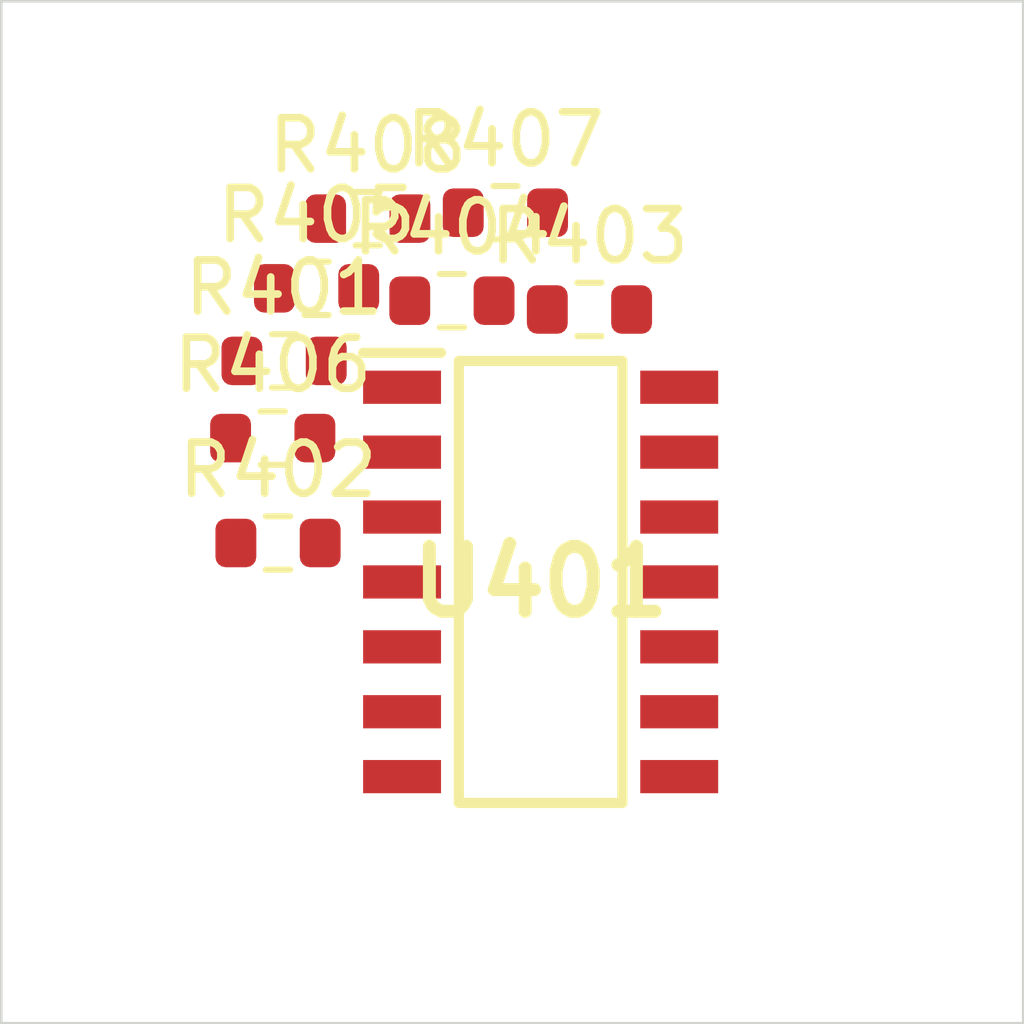
<source format=kicad_pcb>
 ( kicad_pcb  ( version 20171130 )
 ( host pcbnew 5.1.12-84ad8e8a86~92~ubuntu18.04.1 )
 ( general  ( thickness 1.6 )
 ( drawings 4 )
 ( tracks 0 )
 ( zones 0 )
 ( modules 9 )
 ( nets 14 )
)
 ( page A4 )
 ( layers  ( 0 F.Cu signal )
 ( 31 B.Cu signal )
 ( 32 B.Adhes user )
 ( 33 F.Adhes user )
 ( 34 B.Paste user )
 ( 35 F.Paste user )
 ( 36 B.SilkS user )
 ( 37 F.SilkS user )
 ( 38 B.Mask user )
 ( 39 F.Mask user )
 ( 40 Dwgs.User user )
 ( 41 Cmts.User user )
 ( 42 Eco1.User user )
 ( 43 Eco2.User user )
 ( 44 Edge.Cuts user )
 ( 45 Margin user )
 ( 46 B.CrtYd user )
 ( 47 F.CrtYd user )
 ( 48 B.Fab user )
 ( 49 F.Fab user )
)
 ( setup  ( last_trace_width 0.25 )
 ( trace_clearance 0.2 )
 ( zone_clearance 0.508 )
 ( zone_45_only no )
 ( trace_min 0.2 )
 ( via_size 0.8 )
 ( via_drill 0.4 )
 ( via_min_size 0.4 )
 ( via_min_drill 0.3 )
 ( uvia_size 0.3 )
 ( uvia_drill 0.1 )
 ( uvias_allowed no )
 ( uvia_min_size 0.2 )
 ( uvia_min_drill 0.1 )
 ( edge_width 0.05 )
 ( segment_width 0.2 )
 ( pcb_text_width 0.3 )
 ( pcb_text_size 1.5 1.5 )
 ( mod_edge_width 0.12 )
 ( mod_text_size 1 1 )
 ( mod_text_width 0.15 )
 ( pad_size 1.524 1.524 )
 ( pad_drill 0.762 )
 ( pad_to_mask_clearance 0 )
 ( aux_axis_origin 0 0 )
 ( visible_elements FFFFFF7F )
 ( pcbplotparams  ( layerselection 0x010fc_ffffffff )
 ( usegerberextensions false )
 ( usegerberattributes true )
 ( usegerberadvancedattributes true )
 ( creategerberjobfile true )
 ( excludeedgelayer true )
 ( linewidth 0.100000 )
 ( plotframeref false )
 ( viasonmask false )
 ( mode 1 )
 ( useauxorigin false )
 ( hpglpennumber 1 )
 ( hpglpenspeed 20 )
 ( hpglpendiameter 15.000000 )
 ( psnegative false )
 ( psa4output false )
 ( plotreference true )
 ( plotvalue true )
 ( plotinvisibletext false )
 ( padsonsilk false )
 ( subtractmaskfromsilk false )
 ( outputformat 1 )
 ( mirror false )
 ( drillshape 1 )
 ( scaleselection 1 )
 ( outputdirectory "" )
)
)
 ( net 0 "" )
 ( net 1 /Sheet6235D886/vp )
 ( net 2 /Sheet6248AD22/chn0 )
 ( net 3 /Sheet6248AD22/chn1 )
 ( net 4 /Sheet6248AD22/chn2 )
 ( net 5 /Sheet6248AD22/chn3 )
 ( net 6 "Net-(R401-Pad2)" )
 ( net 7 "Net-(R402-Pad2)" )
 ( net 8 "Net-(R403-Pad2)" )
 ( net 9 "Net-(R404-Pad2)" )
 ( net 10 /Sheet6248AD22/chn0_n )
 ( net 11 /Sheet6248AD22/chn1_n )
 ( net 12 /Sheet6248AD22/chn2_n )
 ( net 13 /Sheet6248AD22/chn3_n )
 ( net_class Default "This is the default net class."  ( clearance 0.2 )
 ( trace_width 0.25 )
 ( via_dia 0.8 )
 ( via_drill 0.4 )
 ( uvia_dia 0.3 )
 ( uvia_drill 0.1 )
 ( add_net /Sheet6235D886/vp )
 ( add_net /Sheet6248AD22/chn0 )
 ( add_net /Sheet6248AD22/chn0_n )
 ( add_net /Sheet6248AD22/chn1 )
 ( add_net /Sheet6248AD22/chn1_n )
 ( add_net /Sheet6248AD22/chn2 )
 ( add_net /Sheet6248AD22/chn2_n )
 ( add_net /Sheet6248AD22/chn3 )
 ( add_net /Sheet6248AD22/chn3_n )
 ( add_net "Net-(R401-Pad2)" )
 ( add_net "Net-(R402-Pad2)" )
 ( add_net "Net-(R403-Pad2)" )
 ( add_net "Net-(R404-Pad2)" )
)
 ( module Resistor_SMD:R_0603_1608Metric  ( layer F.Cu )
 ( tedit 5F68FEEE )
 ( tstamp 623425C8 )
 ( at 85.534900 107.038000 )
 ( descr "Resistor SMD 0603 (1608 Metric), square (rectangular) end terminal, IPC_7351 nominal, (Body size source: IPC-SM-782 page 72, https://www.pcb-3d.com/wordpress/wp-content/uploads/ipc-sm-782a_amendment_1_and_2.pdf), generated with kicad-footprint-generator" )
 ( tags resistor )
 ( path /6248AD23/6249ADFD )
 ( attr smd )
 ( fp_text reference R401  ( at 0 -1.43 )
 ( layer F.SilkS )
 ( effects  ( font  ( size 1 1 )
 ( thickness 0.15 )
)
)
)
 ( fp_text value 10M  ( at 0 1.43 )
 ( layer F.Fab )
 ( effects  ( font  ( size 1 1 )
 ( thickness 0.15 )
)
)
)
 ( fp_line  ( start -0.8 0.4125 )
 ( end -0.8 -0.4125 )
 ( layer F.Fab )
 ( width 0.1 )
)
 ( fp_line  ( start -0.8 -0.4125 )
 ( end 0.8 -0.4125 )
 ( layer F.Fab )
 ( width 0.1 )
)
 ( fp_line  ( start 0.8 -0.4125 )
 ( end 0.8 0.4125 )
 ( layer F.Fab )
 ( width 0.1 )
)
 ( fp_line  ( start 0.8 0.4125 )
 ( end -0.8 0.4125 )
 ( layer F.Fab )
 ( width 0.1 )
)
 ( fp_line  ( start -0.237258 -0.5225 )
 ( end 0.237258 -0.5225 )
 ( layer F.SilkS )
 ( width 0.12 )
)
 ( fp_line  ( start -0.237258 0.5225 )
 ( end 0.237258 0.5225 )
 ( layer F.SilkS )
 ( width 0.12 )
)
 ( fp_line  ( start -1.48 0.73 )
 ( end -1.48 -0.73 )
 ( layer F.CrtYd )
 ( width 0.05 )
)
 ( fp_line  ( start -1.48 -0.73 )
 ( end 1.48 -0.73 )
 ( layer F.CrtYd )
 ( width 0.05 )
)
 ( fp_line  ( start 1.48 -0.73 )
 ( end 1.48 0.73 )
 ( layer F.CrtYd )
 ( width 0.05 )
)
 ( fp_line  ( start 1.48 0.73 )
 ( end -1.48 0.73 )
 ( layer F.CrtYd )
 ( width 0.05 )
)
 ( fp_text user %R  ( at 0 0 )
 ( layer F.Fab )
 ( effects  ( font  ( size 0.4 0.4 )
 ( thickness 0.06 )
)
)
)
 ( pad 2 smd roundrect  ( at 0.825 0 )
 ( size 0.8 0.95 )
 ( layers F.Cu F.Mask F.Paste )
 ( roundrect_rratio 0.25 )
 ( net 6 "Net-(R401-Pad2)" )
)
 ( pad 1 smd roundrect  ( at -0.825 0 )
 ( size 0.8 0.95 )
 ( layers F.Cu F.Mask F.Paste )
 ( roundrect_rratio 0.25 )
 ( net 10 /Sheet6248AD22/chn0_n )
)
 ( model ${KISYS3DMOD}/Resistor_SMD.3dshapes/R_0603_1608Metric.wrl  ( at  ( xyz 0 0 0 )
)
 ( scale  ( xyz 1 1 1 )
)
 ( rotate  ( xyz 0 0 0 )
)
)
)
 ( module Resistor_SMD:R_0603_1608Metric  ( layer F.Cu )
 ( tedit 5F68FEEE )
 ( tstamp 623425D9 )
 ( at 85.416500 110.602000 )
 ( descr "Resistor SMD 0603 (1608 Metric), square (rectangular) end terminal, IPC_7351 nominal, (Body size source: IPC-SM-782 page 72, https://www.pcb-3d.com/wordpress/wp-content/uploads/ipc-sm-782a_amendment_1_and_2.pdf), generated with kicad-footprint-generator" )
 ( tags resistor )
 ( path /6248AD23/6249B75E )
 ( attr smd )
 ( fp_text reference R402  ( at 0 -1.43 )
 ( layer F.SilkS )
 ( effects  ( font  ( size 1 1 )
 ( thickness 0.15 )
)
)
)
 ( fp_text value 10M  ( at 0 1.43 )
 ( layer F.Fab )
 ( effects  ( font  ( size 1 1 )
 ( thickness 0.15 )
)
)
)
 ( fp_line  ( start 1.48 0.73 )
 ( end -1.48 0.73 )
 ( layer F.CrtYd )
 ( width 0.05 )
)
 ( fp_line  ( start 1.48 -0.73 )
 ( end 1.48 0.73 )
 ( layer F.CrtYd )
 ( width 0.05 )
)
 ( fp_line  ( start -1.48 -0.73 )
 ( end 1.48 -0.73 )
 ( layer F.CrtYd )
 ( width 0.05 )
)
 ( fp_line  ( start -1.48 0.73 )
 ( end -1.48 -0.73 )
 ( layer F.CrtYd )
 ( width 0.05 )
)
 ( fp_line  ( start -0.237258 0.5225 )
 ( end 0.237258 0.5225 )
 ( layer F.SilkS )
 ( width 0.12 )
)
 ( fp_line  ( start -0.237258 -0.5225 )
 ( end 0.237258 -0.5225 )
 ( layer F.SilkS )
 ( width 0.12 )
)
 ( fp_line  ( start 0.8 0.4125 )
 ( end -0.8 0.4125 )
 ( layer F.Fab )
 ( width 0.1 )
)
 ( fp_line  ( start 0.8 -0.4125 )
 ( end 0.8 0.4125 )
 ( layer F.Fab )
 ( width 0.1 )
)
 ( fp_line  ( start -0.8 -0.4125 )
 ( end 0.8 -0.4125 )
 ( layer F.Fab )
 ( width 0.1 )
)
 ( fp_line  ( start -0.8 0.4125 )
 ( end -0.8 -0.4125 )
 ( layer F.Fab )
 ( width 0.1 )
)
 ( fp_text user %R  ( at 0 0 )
 ( layer F.Fab )
 ( effects  ( font  ( size 0.4 0.4 )
 ( thickness 0.06 )
)
)
)
 ( pad 1 smd roundrect  ( at -0.825 0 )
 ( size 0.8 0.95 )
 ( layers F.Cu F.Mask F.Paste )
 ( roundrect_rratio 0.25 )
 ( net 11 /Sheet6248AD22/chn1_n )
)
 ( pad 2 smd roundrect  ( at 0.825 0 )
 ( size 0.8 0.95 )
 ( layers F.Cu F.Mask F.Paste )
 ( roundrect_rratio 0.25 )
 ( net 7 "Net-(R402-Pad2)" )
)
 ( model ${KISYS3DMOD}/Resistor_SMD.3dshapes/R_0603_1608Metric.wrl  ( at  ( xyz 0 0 0 )
)
 ( scale  ( xyz 1 1 1 )
)
 ( rotate  ( xyz 0 0 0 )
)
)
)
 ( module Resistor_SMD:R_0603_1608Metric  ( layer F.Cu )
 ( tedit 5F68FEEE )
 ( tstamp 623425EA )
 ( at 91.511200 106.032000 )
 ( descr "Resistor SMD 0603 (1608 Metric), square (rectangular) end terminal, IPC_7351 nominal, (Body size source: IPC-SM-782 page 72, https://www.pcb-3d.com/wordpress/wp-content/uploads/ipc-sm-782a_amendment_1_and_2.pdf), generated with kicad-footprint-generator" )
 ( tags resistor )
 ( path /6248AD23/6249FB7A )
 ( attr smd )
 ( fp_text reference R403  ( at 0 -1.43 )
 ( layer F.SilkS )
 ( effects  ( font  ( size 1 1 )
 ( thickness 0.15 )
)
)
)
 ( fp_text value 10M  ( at 0 1.43 )
 ( layer F.Fab )
 ( effects  ( font  ( size 1 1 )
 ( thickness 0.15 )
)
)
)
 ( fp_line  ( start 1.48 0.73 )
 ( end -1.48 0.73 )
 ( layer F.CrtYd )
 ( width 0.05 )
)
 ( fp_line  ( start 1.48 -0.73 )
 ( end 1.48 0.73 )
 ( layer F.CrtYd )
 ( width 0.05 )
)
 ( fp_line  ( start -1.48 -0.73 )
 ( end 1.48 -0.73 )
 ( layer F.CrtYd )
 ( width 0.05 )
)
 ( fp_line  ( start -1.48 0.73 )
 ( end -1.48 -0.73 )
 ( layer F.CrtYd )
 ( width 0.05 )
)
 ( fp_line  ( start -0.237258 0.5225 )
 ( end 0.237258 0.5225 )
 ( layer F.SilkS )
 ( width 0.12 )
)
 ( fp_line  ( start -0.237258 -0.5225 )
 ( end 0.237258 -0.5225 )
 ( layer F.SilkS )
 ( width 0.12 )
)
 ( fp_line  ( start 0.8 0.4125 )
 ( end -0.8 0.4125 )
 ( layer F.Fab )
 ( width 0.1 )
)
 ( fp_line  ( start 0.8 -0.4125 )
 ( end 0.8 0.4125 )
 ( layer F.Fab )
 ( width 0.1 )
)
 ( fp_line  ( start -0.8 -0.4125 )
 ( end 0.8 -0.4125 )
 ( layer F.Fab )
 ( width 0.1 )
)
 ( fp_line  ( start -0.8 0.4125 )
 ( end -0.8 -0.4125 )
 ( layer F.Fab )
 ( width 0.1 )
)
 ( fp_text user %R  ( at 0 0 )
 ( layer F.Fab )
 ( effects  ( font  ( size 0.4 0.4 )
 ( thickness 0.06 )
)
)
)
 ( pad 1 smd roundrect  ( at -0.825 0 )
 ( size 0.8 0.95 )
 ( layers F.Cu F.Mask F.Paste )
 ( roundrect_rratio 0.25 )
 ( net 12 /Sheet6248AD22/chn2_n )
)
 ( pad 2 smd roundrect  ( at 0.825 0 )
 ( size 0.8 0.95 )
 ( layers F.Cu F.Mask F.Paste )
 ( roundrect_rratio 0.25 )
 ( net 8 "Net-(R403-Pad2)" )
)
 ( model ${KISYS3DMOD}/Resistor_SMD.3dshapes/R_0603_1608Metric.wrl  ( at  ( xyz 0 0 0 )
)
 ( scale  ( xyz 1 1 1 )
)
 ( rotate  ( xyz 0 0 0 )
)
)
)
 ( module Resistor_SMD:R_0603_1608Metric  ( layer F.Cu )
 ( tedit 5F68FEEE )
 ( tstamp 623425FB )
 ( at 88.819200 105.860000 )
 ( descr "Resistor SMD 0603 (1608 Metric), square (rectangular) end terminal, IPC_7351 nominal, (Body size source: IPC-SM-782 page 72, https://www.pcb-3d.com/wordpress/wp-content/uploads/ipc-sm-782a_amendment_1_and_2.pdf), generated with kicad-footprint-generator" )
 ( tags resistor )
 ( path /6248AD23/6249FB74 )
 ( attr smd )
 ( fp_text reference R404  ( at 0 -1.43 )
 ( layer F.SilkS )
 ( effects  ( font  ( size 1 1 )
 ( thickness 0.15 )
)
)
)
 ( fp_text value 10M  ( at 0 1.43 )
 ( layer F.Fab )
 ( effects  ( font  ( size 1 1 )
 ( thickness 0.15 )
)
)
)
 ( fp_line  ( start -0.8 0.4125 )
 ( end -0.8 -0.4125 )
 ( layer F.Fab )
 ( width 0.1 )
)
 ( fp_line  ( start -0.8 -0.4125 )
 ( end 0.8 -0.4125 )
 ( layer F.Fab )
 ( width 0.1 )
)
 ( fp_line  ( start 0.8 -0.4125 )
 ( end 0.8 0.4125 )
 ( layer F.Fab )
 ( width 0.1 )
)
 ( fp_line  ( start 0.8 0.4125 )
 ( end -0.8 0.4125 )
 ( layer F.Fab )
 ( width 0.1 )
)
 ( fp_line  ( start -0.237258 -0.5225 )
 ( end 0.237258 -0.5225 )
 ( layer F.SilkS )
 ( width 0.12 )
)
 ( fp_line  ( start -0.237258 0.5225 )
 ( end 0.237258 0.5225 )
 ( layer F.SilkS )
 ( width 0.12 )
)
 ( fp_line  ( start -1.48 0.73 )
 ( end -1.48 -0.73 )
 ( layer F.CrtYd )
 ( width 0.05 )
)
 ( fp_line  ( start -1.48 -0.73 )
 ( end 1.48 -0.73 )
 ( layer F.CrtYd )
 ( width 0.05 )
)
 ( fp_line  ( start 1.48 -0.73 )
 ( end 1.48 0.73 )
 ( layer F.CrtYd )
 ( width 0.05 )
)
 ( fp_line  ( start 1.48 0.73 )
 ( end -1.48 0.73 )
 ( layer F.CrtYd )
 ( width 0.05 )
)
 ( fp_text user %R  ( at 0 0 )
 ( layer F.Fab )
 ( effects  ( font  ( size 0.4 0.4 )
 ( thickness 0.06 )
)
)
)
 ( pad 2 smd roundrect  ( at 0.825 0 )
 ( size 0.8 0.95 )
 ( layers F.Cu F.Mask F.Paste )
 ( roundrect_rratio 0.25 )
 ( net 9 "Net-(R404-Pad2)" )
)
 ( pad 1 smd roundrect  ( at -0.825 0 )
 ( size 0.8 0.95 )
 ( layers F.Cu F.Mask F.Paste )
 ( roundrect_rratio 0.25 )
 ( net 13 /Sheet6248AD22/chn3_n )
)
 ( model ${KISYS3DMOD}/Resistor_SMD.3dshapes/R_0603_1608Metric.wrl  ( at  ( xyz 0 0 0 )
)
 ( scale  ( xyz 1 1 1 )
)
 ( rotate  ( xyz 0 0 0 )
)
)
)
 ( module Resistor_SMD:R_0603_1608Metric  ( layer F.Cu )
 ( tedit 5F68FEEE )
 ( tstamp 6234260C )
 ( at 86.170600 105.618000 )
 ( descr "Resistor SMD 0603 (1608 Metric), square (rectangular) end terminal, IPC_7351 nominal, (Body size source: IPC-SM-782 page 72, https://www.pcb-3d.com/wordpress/wp-content/uploads/ipc-sm-782a_amendment_1_and_2.pdf), generated with kicad-footprint-generator" )
 ( tags resistor )
 ( path /6248AD23/62497F62 )
 ( attr smd )
 ( fp_text reference R405  ( at 0 -1.43 )
 ( layer F.SilkS )
 ( effects  ( font  ( size 1 1 )
 ( thickness 0.15 )
)
)
)
 ( fp_text value 750k  ( at 0 1.43 )
 ( layer F.Fab )
 ( effects  ( font  ( size 1 1 )
 ( thickness 0.15 )
)
)
)
 ( fp_line  ( start -0.8 0.4125 )
 ( end -0.8 -0.4125 )
 ( layer F.Fab )
 ( width 0.1 )
)
 ( fp_line  ( start -0.8 -0.4125 )
 ( end 0.8 -0.4125 )
 ( layer F.Fab )
 ( width 0.1 )
)
 ( fp_line  ( start 0.8 -0.4125 )
 ( end 0.8 0.4125 )
 ( layer F.Fab )
 ( width 0.1 )
)
 ( fp_line  ( start 0.8 0.4125 )
 ( end -0.8 0.4125 )
 ( layer F.Fab )
 ( width 0.1 )
)
 ( fp_line  ( start -0.237258 -0.5225 )
 ( end 0.237258 -0.5225 )
 ( layer F.SilkS )
 ( width 0.12 )
)
 ( fp_line  ( start -0.237258 0.5225 )
 ( end 0.237258 0.5225 )
 ( layer F.SilkS )
 ( width 0.12 )
)
 ( fp_line  ( start -1.48 0.73 )
 ( end -1.48 -0.73 )
 ( layer F.CrtYd )
 ( width 0.05 )
)
 ( fp_line  ( start -1.48 -0.73 )
 ( end 1.48 -0.73 )
 ( layer F.CrtYd )
 ( width 0.05 )
)
 ( fp_line  ( start 1.48 -0.73 )
 ( end 1.48 0.73 )
 ( layer F.CrtYd )
 ( width 0.05 )
)
 ( fp_line  ( start 1.48 0.73 )
 ( end -1.48 0.73 )
 ( layer F.CrtYd )
 ( width 0.05 )
)
 ( fp_text user %R  ( at 0 0 )
 ( layer F.Fab )
 ( effects  ( font  ( size 0.4 0.4 )
 ( thickness 0.06 )
)
)
)
 ( pad 2 smd roundrect  ( at 0.825 0 )
 ( size 0.8 0.95 )
 ( layers F.Cu F.Mask F.Paste )
 ( roundrect_rratio 0.25 )
 ( net 6 "Net-(R401-Pad2)" )
)
 ( pad 1 smd roundrect  ( at -0.825 0 )
 ( size 0.8 0.95 )
 ( layers F.Cu F.Mask F.Paste )
 ( roundrect_rratio 0.25 )
 ( net 1 /Sheet6235D886/vp )
)
 ( model ${KISYS3DMOD}/Resistor_SMD.3dshapes/R_0603_1608Metric.wrl  ( at  ( xyz 0 0 0 )
)
 ( scale  ( xyz 1 1 1 )
)
 ( rotate  ( xyz 0 0 0 )
)
)
)
 ( module Resistor_SMD:R_0603_1608Metric  ( layer F.Cu )
 ( tedit 5F68FEEE )
 ( tstamp 6234261D )
 ( at 85.312700 108.549000 )
 ( descr "Resistor SMD 0603 (1608 Metric), square (rectangular) end terminal, IPC_7351 nominal, (Body size source: IPC-SM-782 page 72, https://www.pcb-3d.com/wordpress/wp-content/uploads/ipc-sm-782a_amendment_1_and_2.pdf), generated with kicad-footprint-generator" )
 ( tags resistor )
 ( path /6248AD23/62499098 )
 ( attr smd )
 ( fp_text reference R406  ( at 0 -1.43 )
 ( layer F.SilkS )
 ( effects  ( font  ( size 1 1 )
 ( thickness 0.15 )
)
)
)
 ( fp_text value 750k  ( at 0 1.43 )
 ( layer F.Fab )
 ( effects  ( font  ( size 1 1 )
 ( thickness 0.15 )
)
)
)
 ( fp_line  ( start 1.48 0.73 )
 ( end -1.48 0.73 )
 ( layer F.CrtYd )
 ( width 0.05 )
)
 ( fp_line  ( start 1.48 -0.73 )
 ( end 1.48 0.73 )
 ( layer F.CrtYd )
 ( width 0.05 )
)
 ( fp_line  ( start -1.48 -0.73 )
 ( end 1.48 -0.73 )
 ( layer F.CrtYd )
 ( width 0.05 )
)
 ( fp_line  ( start -1.48 0.73 )
 ( end -1.48 -0.73 )
 ( layer F.CrtYd )
 ( width 0.05 )
)
 ( fp_line  ( start -0.237258 0.5225 )
 ( end 0.237258 0.5225 )
 ( layer F.SilkS )
 ( width 0.12 )
)
 ( fp_line  ( start -0.237258 -0.5225 )
 ( end 0.237258 -0.5225 )
 ( layer F.SilkS )
 ( width 0.12 )
)
 ( fp_line  ( start 0.8 0.4125 )
 ( end -0.8 0.4125 )
 ( layer F.Fab )
 ( width 0.1 )
)
 ( fp_line  ( start 0.8 -0.4125 )
 ( end 0.8 0.4125 )
 ( layer F.Fab )
 ( width 0.1 )
)
 ( fp_line  ( start -0.8 -0.4125 )
 ( end 0.8 -0.4125 )
 ( layer F.Fab )
 ( width 0.1 )
)
 ( fp_line  ( start -0.8 0.4125 )
 ( end -0.8 -0.4125 )
 ( layer F.Fab )
 ( width 0.1 )
)
 ( fp_text user %R  ( at 0 0 )
 ( layer F.Fab )
 ( effects  ( font  ( size 0.4 0.4 )
 ( thickness 0.06 )
)
)
)
 ( pad 1 smd roundrect  ( at -0.825 0 )
 ( size 0.8 0.95 )
 ( layers F.Cu F.Mask F.Paste )
 ( roundrect_rratio 0.25 )
 ( net 1 /Sheet6235D886/vp )
)
 ( pad 2 smd roundrect  ( at 0.825 0 )
 ( size 0.8 0.95 )
 ( layers F.Cu F.Mask F.Paste )
 ( roundrect_rratio 0.25 )
 ( net 7 "Net-(R402-Pad2)" )
)
 ( model ${KISYS3DMOD}/Resistor_SMD.3dshapes/R_0603_1608Metric.wrl  ( at  ( xyz 0 0 0 )
)
 ( scale  ( xyz 1 1 1 )
)
 ( rotate  ( xyz 0 0 0 )
)
)
)
 ( module Resistor_SMD:R_0603_1608Metric  ( layer F.Cu )
 ( tedit 5F68FEEE )
 ( tstamp 6234262E )
 ( at 89.866300 104.138000 )
 ( descr "Resistor SMD 0603 (1608 Metric), square (rectangular) end terminal, IPC_7351 nominal, (Body size source: IPC-SM-782 page 72, https://www.pcb-3d.com/wordpress/wp-content/uploads/ipc-sm-782a_amendment_1_and_2.pdf), generated with kicad-footprint-generator" )
 ( tags resistor )
 ( path /6248AD23/624A0FFB )
 ( attr smd )
 ( fp_text reference R407  ( at 0 -1.43 )
 ( layer F.SilkS )
 ( effects  ( font  ( size 1 1 )
 ( thickness 0.15 )
)
)
)
 ( fp_text value 1.5M  ( at 0 1.43 )
 ( layer F.Fab )
 ( effects  ( font  ( size 1 1 )
 ( thickness 0.15 )
)
)
)
 ( fp_line  ( start 1.48 0.73 )
 ( end -1.48 0.73 )
 ( layer F.CrtYd )
 ( width 0.05 )
)
 ( fp_line  ( start 1.48 -0.73 )
 ( end 1.48 0.73 )
 ( layer F.CrtYd )
 ( width 0.05 )
)
 ( fp_line  ( start -1.48 -0.73 )
 ( end 1.48 -0.73 )
 ( layer F.CrtYd )
 ( width 0.05 )
)
 ( fp_line  ( start -1.48 0.73 )
 ( end -1.48 -0.73 )
 ( layer F.CrtYd )
 ( width 0.05 )
)
 ( fp_line  ( start -0.237258 0.5225 )
 ( end 0.237258 0.5225 )
 ( layer F.SilkS )
 ( width 0.12 )
)
 ( fp_line  ( start -0.237258 -0.5225 )
 ( end 0.237258 -0.5225 )
 ( layer F.SilkS )
 ( width 0.12 )
)
 ( fp_line  ( start 0.8 0.4125 )
 ( end -0.8 0.4125 )
 ( layer F.Fab )
 ( width 0.1 )
)
 ( fp_line  ( start 0.8 -0.4125 )
 ( end 0.8 0.4125 )
 ( layer F.Fab )
 ( width 0.1 )
)
 ( fp_line  ( start -0.8 -0.4125 )
 ( end 0.8 -0.4125 )
 ( layer F.Fab )
 ( width 0.1 )
)
 ( fp_line  ( start -0.8 0.4125 )
 ( end -0.8 -0.4125 )
 ( layer F.Fab )
 ( width 0.1 )
)
 ( fp_text user %R  ( at 0 0 )
 ( layer F.Fab )
 ( effects  ( font  ( size 0.4 0.4 )
 ( thickness 0.06 )
)
)
)
 ( pad 1 smd roundrect  ( at -0.825 0 )
 ( size 0.8 0.95 )
 ( layers F.Cu F.Mask F.Paste )
 ( roundrect_rratio 0.25 )
 ( net 1 /Sheet6235D886/vp )
)
 ( pad 2 smd roundrect  ( at 0.825 0 )
 ( size 0.8 0.95 )
 ( layers F.Cu F.Mask F.Paste )
 ( roundrect_rratio 0.25 )
 ( net 8 "Net-(R403-Pad2)" )
)
 ( model ${KISYS3DMOD}/Resistor_SMD.3dshapes/R_0603_1608Metric.wrl  ( at  ( xyz 0 0 0 )
)
 ( scale  ( xyz 1 1 1 )
)
 ( rotate  ( xyz 0 0 0 )
)
)
)
 ( module Resistor_SMD:R_0603_1608Metric  ( layer F.Cu )
 ( tedit 5F68FEEE )
 ( tstamp 6234263F )
 ( at 87.172800 104.254000 )
 ( descr "Resistor SMD 0603 (1608 Metric), square (rectangular) end terminal, IPC_7351 nominal, (Body size source: IPC-SM-782 page 72, https://www.pcb-3d.com/wordpress/wp-content/uploads/ipc-sm-782a_amendment_1_and_2.pdf), generated with kicad-footprint-generator" )
 ( tags resistor )
 ( path /6248AD23/624A093C )
 ( attr smd )
 ( fp_text reference R408  ( at 0 -1.43 )
 ( layer F.SilkS )
 ( effects  ( font  ( size 1 1 )
 ( thickness 0.15 )
)
)
)
 ( fp_text value 1.5M  ( at 0 1.43 )
 ( layer F.Fab )
 ( effects  ( font  ( size 1 1 )
 ( thickness 0.15 )
)
)
)
 ( fp_line  ( start -0.8 0.4125 )
 ( end -0.8 -0.4125 )
 ( layer F.Fab )
 ( width 0.1 )
)
 ( fp_line  ( start -0.8 -0.4125 )
 ( end 0.8 -0.4125 )
 ( layer F.Fab )
 ( width 0.1 )
)
 ( fp_line  ( start 0.8 -0.4125 )
 ( end 0.8 0.4125 )
 ( layer F.Fab )
 ( width 0.1 )
)
 ( fp_line  ( start 0.8 0.4125 )
 ( end -0.8 0.4125 )
 ( layer F.Fab )
 ( width 0.1 )
)
 ( fp_line  ( start -0.237258 -0.5225 )
 ( end 0.237258 -0.5225 )
 ( layer F.SilkS )
 ( width 0.12 )
)
 ( fp_line  ( start -0.237258 0.5225 )
 ( end 0.237258 0.5225 )
 ( layer F.SilkS )
 ( width 0.12 )
)
 ( fp_line  ( start -1.48 0.73 )
 ( end -1.48 -0.73 )
 ( layer F.CrtYd )
 ( width 0.05 )
)
 ( fp_line  ( start -1.48 -0.73 )
 ( end 1.48 -0.73 )
 ( layer F.CrtYd )
 ( width 0.05 )
)
 ( fp_line  ( start 1.48 -0.73 )
 ( end 1.48 0.73 )
 ( layer F.CrtYd )
 ( width 0.05 )
)
 ( fp_line  ( start 1.48 0.73 )
 ( end -1.48 0.73 )
 ( layer F.CrtYd )
 ( width 0.05 )
)
 ( fp_text user %R  ( at 0 0 )
 ( layer F.Fab )
 ( effects  ( font  ( size 0.4 0.4 )
 ( thickness 0.06 )
)
)
)
 ( pad 2 smd roundrect  ( at 0.825 0 )
 ( size 0.8 0.95 )
 ( layers F.Cu F.Mask F.Paste )
 ( roundrect_rratio 0.25 )
 ( net 9 "Net-(R404-Pad2)" )
)
 ( pad 1 smd roundrect  ( at -0.825 0 )
 ( size 0.8 0.95 )
 ( layers F.Cu F.Mask F.Paste )
 ( roundrect_rratio 0.25 )
 ( net 1 /Sheet6235D886/vp )
)
 ( model ${KISYS3DMOD}/Resistor_SMD.3dshapes/R_0603_1608Metric.wrl  ( at  ( xyz 0 0 0 )
)
 ( scale  ( xyz 1 1 1 )
)
 ( rotate  ( xyz 0 0 0 )
)
)
)
 ( module TL074HIDR:SOIC127P600X175-14N locked  ( layer F.Cu )
 ( tedit 62336F37 )
 ( tstamp 62342709 )
 ( at 90.555600 111.364000 )
 ( descr "D (-R-PDSO-G14)" )
 ( tags "Integrated Circuit" )
 ( path /6248AD23/624976B2 )
 ( attr smd )
 ( fp_text reference U401  ( at 0 0 )
 ( layer F.SilkS )
 ( effects  ( font  ( size 1.27 1.27 )
 ( thickness 0.254 )
)
)
)
 ( fp_text value TL074  ( at 0 0 )
 ( layer F.SilkS )
hide  ( effects  ( font  ( size 1.27 1.27 )
 ( thickness 0.254 )
)
)
)
 ( fp_line  ( start -3.725 -4.625 )
 ( end 3.725 -4.625 )
 ( layer Dwgs.User )
 ( width 0.05 )
)
 ( fp_line  ( start 3.725 -4.625 )
 ( end 3.725 4.625 )
 ( layer Dwgs.User )
 ( width 0.05 )
)
 ( fp_line  ( start 3.725 4.625 )
 ( end -3.725 4.625 )
 ( layer Dwgs.User )
 ( width 0.05 )
)
 ( fp_line  ( start -3.725 4.625 )
 ( end -3.725 -4.625 )
 ( layer Dwgs.User )
 ( width 0.05 )
)
 ( fp_line  ( start -1.95 -4.325 )
 ( end 1.95 -4.325 )
 ( layer Dwgs.User )
 ( width 0.1 )
)
 ( fp_line  ( start 1.95 -4.325 )
 ( end 1.95 4.325 )
 ( layer Dwgs.User )
 ( width 0.1 )
)
 ( fp_line  ( start 1.95 4.325 )
 ( end -1.95 4.325 )
 ( layer Dwgs.User )
 ( width 0.1 )
)
 ( fp_line  ( start -1.95 4.325 )
 ( end -1.95 -4.325 )
 ( layer Dwgs.User )
 ( width 0.1 )
)
 ( fp_line  ( start -1.95 -3.055 )
 ( end -0.68 -4.325 )
 ( layer Dwgs.User )
 ( width 0.1 )
)
 ( fp_line  ( start -1.6 -4.325 )
 ( end 1.6 -4.325 )
 ( layer F.SilkS )
 ( width 0.2 )
)
 ( fp_line  ( start 1.6 -4.325 )
 ( end 1.6 4.325 )
 ( layer F.SilkS )
 ( width 0.2 )
)
 ( fp_line  ( start 1.6 4.325 )
 ( end -1.6 4.325 )
 ( layer F.SilkS )
 ( width 0.2 )
)
 ( fp_line  ( start -1.6 4.325 )
 ( end -1.6 -4.325 )
 ( layer F.SilkS )
 ( width 0.2 )
)
 ( fp_line  ( start -3.475 -4.485 )
 ( end -1.95 -4.485 )
 ( layer F.SilkS )
 ( width 0.2 )
)
 ( pad 1 smd rect  ( at -2.712 -3.81 90.000000 )
 ( size 0.65 1.525 )
 ( layers F.Cu F.Mask F.Paste )
 ( net 2 /Sheet6248AD22/chn0 )
)
 ( pad 2 smd rect  ( at -2.712 -2.54 90.000000 )
 ( size 0.65 1.525 )
 ( layers F.Cu F.Mask F.Paste )
 ( net 2 /Sheet6248AD22/chn0 )
)
 ( pad 3 smd rect  ( at -2.712 -1.27 90.000000 )
 ( size 0.65 1.525 )
 ( layers F.Cu F.Mask F.Paste )
 ( net 6 "Net-(R401-Pad2)" )
)
 ( pad 4 smd rect  ( at -2.712 0 90.000000 )
 ( size 0.65 1.525 )
 ( layers F.Cu F.Mask F.Paste )
)
 ( pad 5 smd rect  ( at -2.712 1.27 90.000000 )
 ( size 0.65 1.525 )
 ( layers F.Cu F.Mask F.Paste )
 ( net 7 "Net-(R402-Pad2)" )
)
 ( pad 6 smd rect  ( at -2.712 2.54 90.000000 )
 ( size 0.65 1.525 )
 ( layers F.Cu F.Mask F.Paste )
 ( net 3 /Sheet6248AD22/chn1 )
)
 ( pad 7 smd rect  ( at -2.712 3.81 90.000000 )
 ( size 0.65 1.525 )
 ( layers F.Cu F.Mask F.Paste )
 ( net 3 /Sheet6248AD22/chn1 )
)
 ( pad 8 smd rect  ( at 2.712 3.81 90.000000 )
 ( size 0.65 1.525 )
 ( layers F.Cu F.Mask F.Paste )
 ( net 4 /Sheet6248AD22/chn2 )
)
 ( pad 9 smd rect  ( at 2.712 2.54 90.000000 )
 ( size 0.65 1.525 )
 ( layers F.Cu F.Mask F.Paste )
 ( net 4 /Sheet6248AD22/chn2 )
)
 ( pad 10 smd rect  ( at 2.712 1.27 90.000000 )
 ( size 0.65 1.525 )
 ( layers F.Cu F.Mask F.Paste )
 ( net 8 "Net-(R403-Pad2)" )
)
 ( pad 11 smd rect  ( at 2.712 0 90.000000 )
 ( size 0.65 1.525 )
 ( layers F.Cu F.Mask F.Paste )
)
 ( pad 12 smd rect  ( at 2.712 -1.27 90.000000 )
 ( size 0.65 1.525 )
 ( layers F.Cu F.Mask F.Paste )
 ( net 9 "Net-(R404-Pad2)" )
)
 ( pad 13 smd rect  ( at 2.712 -2.54 90.000000 )
 ( size 0.65 1.525 )
 ( layers F.Cu F.Mask F.Paste )
 ( net 5 /Sheet6248AD22/chn3 )
)
 ( pad 14 smd rect  ( at 2.712 -3.81 90.000000 )
 ( size 0.65 1.525 )
 ( layers F.Cu F.Mask F.Paste )
 ( net 5 /Sheet6248AD22/chn3 )
)
)
 ( gr_line  ( start 100 100 )
 ( end 100 120 )
 ( layer Edge.Cuts )
 ( width 0.05 )
 ( tstamp 62E76D2A )
)
 ( gr_line  ( start 80 120 )
 ( end 100 120 )
 ( layer Edge.Cuts )
 ( width 0.05 )
 ( tstamp 62E76D27 )
)
 ( gr_line  ( start 80 100 )
 ( end 80 120 )
 ( layer Edge.Cuts )
 ( width 0.05 )
 ( tstamp 6234110C )
)
 ( gr_line  ( start 80 100 )
 ( end 100 100 )
 ( layer Edge.Cuts )
 ( width 0.05 )
)
)

</source>
